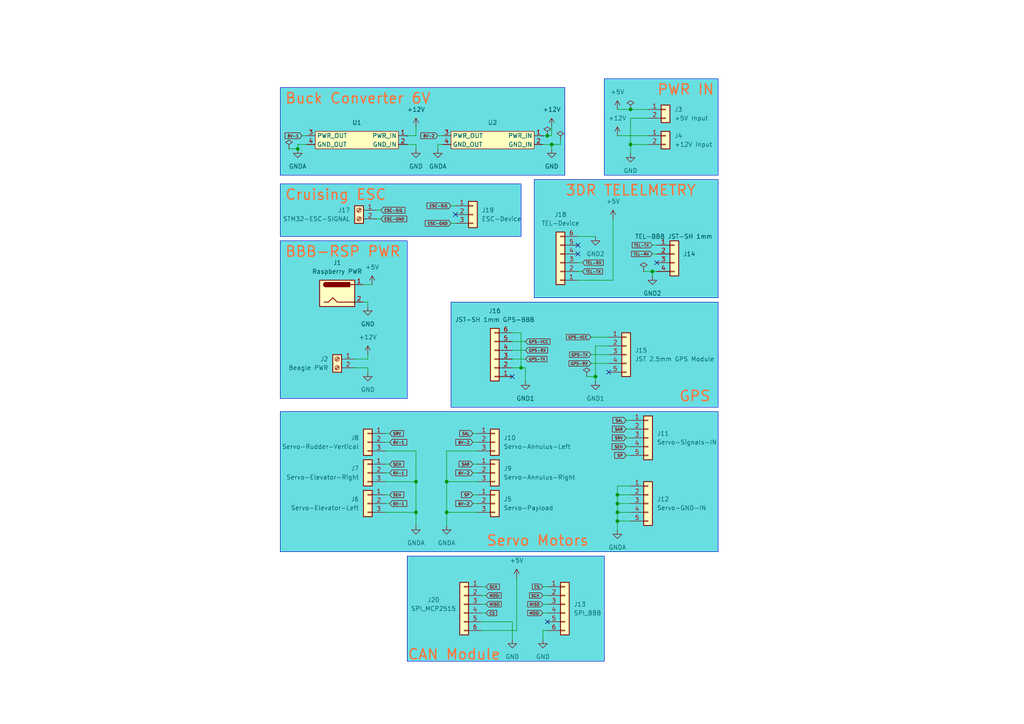
<source format=kicad_sch>
(kicad_sch (version 20230121) (generator eeschema)
  (paper "A4")
  (lib_symbols
    (symbol "Buck_Converter:mini_360"
      (property "Reference" "U" (at 0 3.81 0))
      (symbol "mini_360_0_0"
        (pin passive line (at 13.97 1.27 180) (length 2.54) (name "PWR_IN") (number "1"))
        (pin passive line (at 13.97 -1.27 180) (length 2.54) (name "GND_IN") (number "2"))
        (pin passive line (at -15.24 1.27 0) (length 2.54) (name "PWR_OUT") (number "3"))
        (pin passive line (at -15.24 -1.27 0) (length 2.54) (name "GND_OUT") (number "4"))
      )
      (symbol "mini_360_1_1"
        (rectangle (start -12.7 2.54) (end 11.43 -2.54) (fill (type background)))
      )
    )
    (symbol "Connector:Barrel_Jack" (pin_names (offset 1.016))
      (property "Reference" "J" (at 0 5.334 0))
      (property "Value" "Barrel_Jack" (at 0 -5.08 0))
      (symbol "Barrel_Jack_0_1"
        (rectangle (start -5.08 3.81) (end 5.08 -3.81) (stroke (width 0.254)) (fill (type background)))
        (arc (start -3.302 3.175) (mid -3.9343 2.54) (end -3.302 1.905) (stroke (width 0.254)))
        (arc (start -3.302 3.175) (mid -3.9343 2.54) (end -3.302 1.905) (stroke (width 0.254)) (fill (type outline)))
        (polyline (pts (xy 5.08 2.54) (xy 3.81 2.54)) (stroke (width 0.254)))
        (polyline (pts (xy -3.81 -2.54) (xy -2.54 -2.54) (xy -1.27 -1.27) (xy 0 -2.54) (xy 2.54 -2.54) (xy 5.08 -2.54)) (stroke (width 0.254)))
        (rectangle (start 3.683 3.175) (end -3.302 1.905) (stroke (width 0.254)) (fill (type outline)))
      )
      (symbol "Barrel_Jack_1_1"
        (pin passive line (at 7.62 2.54 180) (length 2.54) (name "~") (number "1"))
        (pin passive line (at 7.62 -2.54 180) (length 2.54) (name "~") (number "2"))
      )
    )
    (symbol "Connector:Screw_Terminal_01x02" (pin_names (offset 1.016) hide)
      (property "Reference" "J" (at 0 2.54 0))
      (property "Value" "Screw_Terminal_01x02" (at 0 -5.08 0))
      (symbol "Screw_Terminal_01x02_1_1"
        (rectangle (start -1.27 1.27) (end 1.27 -3.81) (stroke (width 0.254)) (fill (type background)))
        (circle (center 0 -2.54) (radius 0.635) (stroke (width 0.1524)))
        (polyline (pts (xy -0.5334 -2.2098) (xy 0.3302 -3.048)) (stroke (width 0.1524)))
        (polyline (pts (xy -0.5334 0.3302) (xy 0.3302 -0.508)) (stroke (width 0.1524)))
        (polyline (pts (xy -0.3556 -2.032) (xy 0.508 -2.8702)) (stroke (width 0.1524)))
        (polyline (pts (xy -0.3556 0.508) (xy 0.508 -0.3302)) (stroke (width 0.1524)))
        (circle (center 0 0) (radius 0.635) (stroke (width 0.1524)))
        (pin passive line (at -5.08 0 0) (length 3.81) (name "Pin_1") (number "1"))
        (pin passive line (at -5.08 -2.54 0) (length 3.81) (name "Pin_2") (number "2"))
      )
    )
    (symbol "Connector_Generic:Conn_01x02" (pin_names (offset 1.016) hide)
      (property "Reference" "J" (at 0 2.54 0))
      (property "Value" "Conn_01x02" (at 0 -5.08 0))
      (symbol "Conn_01x02_1_1"
        (rectangle (start -1.27 -2.413) (end 0 -2.667) (stroke (width 0.1524)))
        (rectangle (start -1.27 0.127) (end 0 -0.127) (stroke (width 0.1524)))
        (rectangle (start -1.27 1.27) (end 1.27 -3.81) (stroke (width 0.254)) (fill (type background)))
        (pin passive line (at -5.08 0 0) (length 3.81) (name "Pin_1") (number "1"))
        (pin passive line (at -5.08 -2.54 0) (length 3.81) (name "Pin_2") (number "2"))
      )
    )
    (symbol "Connector_Generic:Conn_01x03" (pin_names (offset 1.016) hide)
      (property "Reference" "J" (at 0 5.08 0))
      (property "Value" "Conn_01x03" (at 0 -5.08 0))
      (symbol "Conn_01x03_1_1"
        (rectangle (start -1.27 -2.413) (end 0 -2.667) (stroke (width 0.1524)))
        (rectangle (start -1.27 0.127) (end 0 -0.127) (stroke (width 0.1524)))
        (rectangle (start -1.27 2.667) (end 0 2.413) (stroke (width 0.1524)))
        (rectangle (start -1.27 3.81) (end 1.27 -3.81) (stroke (width 0.254)) (fill (type background)))
        (pin passive line (at -5.08 2.54 0) (length 3.81) (name "Pin_1") (number "1"))
        (pin passive line (at -5.08 0 0) (length 3.81) (name "Pin_2") (number "2"))
        (pin passive line (at -5.08 -2.54 0) (length 3.81) (name "Pin_3") (number "3"))
      )
    )
    (symbol "Connector_Generic:Conn_01x04" (pin_names (offset 1.016) hide)
      (property "Reference" "J" (at 0 5.08 0))
      (property "Value" "Conn_01x04" (at 0 -7.62 0))
      (symbol "Conn_01x04_1_1"
        (rectangle (start -1.27 -4.953) (end 0 -5.207) (stroke (width 0.1524)))
        (rectangle (start -1.27 -2.413) (end 0 -2.667) (stroke (width 0.1524)))
        (rectangle (start -1.27 0.127) (end 0 -0.127) (stroke (width 0.1524)))
        (rectangle (start -1.27 2.667) (end 0 2.413) (stroke (width 0.1524)))
        (rectangle (start -1.27 3.81) (end 1.27 -6.35) (stroke (width 0.254)) (fill (type background)))
        (pin passive line (at -5.08 2.54 0) (length 3.81) (name "Pin_1") (number "1"))
        (pin passive line (at -5.08 0 0) (length 3.81) (name "Pin_2") (number "2"))
        (pin passive line (at -5.08 -2.54 0) (length 3.81) (name "Pin_3") (number "3"))
        (pin passive line (at -5.08 -5.08 0) (length 3.81) (name "Pin_4") (number "4"))
      )
    )
    (symbol "Connector_Generic:Conn_01x05" (pin_names (offset 1.016) hide)
      (property "Reference" "J" (at 0 7.62 0))
      (property "Value" "Conn_01x05" (at 0 -7.62 0))
      (symbol "Conn_01x05_1_1"
        (rectangle (start -1.27 -4.953) (end 0 -5.207) (stroke (width 0.1524)))
        (rectangle (start -1.27 -2.413) (end 0 -2.667) (stroke (width 0.1524)))
        (rectangle (start -1.27 0.127) (end 0 -0.127) (stroke (width 0.1524)))
        (rectangle (start -1.27 2.667) (end 0 2.413) (stroke (width 0.1524)))
        (rectangle (start -1.27 5.207) (end 0 4.953) (stroke (width 0.1524)))
        (rectangle (start -1.27 6.35) (end 1.27 -6.35) (stroke (width 0.254)) (fill (type background)))
        (pin passive line (at -5.08 5.08 0) (length 3.81) (name "Pin_1") (number "1"))
        (pin passive line (at -5.08 2.54 0) (length 3.81) (name "Pin_2") (number "2"))
        (pin passive line (at -5.08 0 0) (length 3.81) (name "Pin_3") (number "3"))
        (pin passive line (at -5.08 -2.54 0) (length 3.81) (name "Pin_4") (number "4"))
        (pin passive line (at -5.08 -5.08 0) (length 3.81) (name "Pin_5") (number "5"))
      )
    )
    (symbol "Connector_Generic:Conn_01x06" (pin_names (offset 1.016) hide)
      (property "Reference" "J" (at 0 7.62 0))
      (property "Value" "Conn_01x06" (at 0 -10.16 0))
      (symbol "Conn_01x06_1_1"
        (rectangle (start -1.27 -7.493) (end 0 -7.747) (stroke (width 0.1524)))
        (rectangle (start -1.27 -4.953) (end 0 -5.207) (stroke (width 0.1524)))
        (rectangle (start -1.27 -2.413) (end 0 -2.667) (stroke (width 0.1524)))
        (rectangle (start -1.27 0.127) (end 0 -0.127) (stroke (width 0.1524)))
        (rectangle (start -1.27 2.667) (end 0 2.413) (stroke (width 0.1524)))
        (rectangle (start -1.27 5.207) (end 0 4.953) (stroke (width 0.1524)))
        (rectangle (start -1.27 6.35) (end 1.27 -8.89) (stroke (width 0.254)) (fill (type background)))
        (pin passive line (at -5.08 5.08 0) (length 3.81) (name "Pin_1") (number "1"))
        (pin passive line (at -5.08 2.54 0) (length 3.81) (name "Pin_2") (number "2"))
        (pin passive line (at -5.08 0 0) (length 3.81) (name "Pin_3") (number "3"))
        (pin passive line (at -5.08 -2.54 0) (length 3.81) (name "Pin_4") (number "4"))
        (pin passive line (at -5.08 -5.08 0) (length 3.81) (name "Pin_5") (number "5"))
        (pin passive line (at -5.08 -7.62 0) (length 3.81) (name "Pin_6") (number "6"))
      )
    )
    (symbol "power:+12V" (power) (pin_names (offset 0))
      (property "Value" "+12V" (at 0 3.556 0))
      (symbol "+12V_0_1"
        (polyline (pts (xy -0.762 1.27) (xy 0 2.54)))
        (polyline (pts (xy 0 0) (xy 0 2.54)))
        (polyline (pts (xy 0 2.54) (xy 0.762 1.27)))
      )
      (symbol "+12V_1_1"
        (pin power_in line (at 0 0 90) (length 0) hide (name "+12V") (number "1"))
      )
    )
    (symbol "power:+5V" (power) (pin_names (offset 0))
      (property "Value" "+5V" (at 0 3.556 0))
      (symbol "+5V_0_1"
        (polyline (pts (xy -0.762 1.27) (xy 0 2.54)))
        (polyline (pts (xy 0 0) (xy 0 2.54)))
        (polyline (pts (xy 0 2.54) (xy 0.762 1.27)))
      )
      (symbol "+5V_1_1"
        (pin power_in line (at 0 0 90) (length 0) hide (name "+5V") (number "1"))
      )
    )
    (symbol "power:GND" (power) (pin_names (offset 0))
      (property "Value" "GND" (at 0 -3.81 0))
      (symbol "GND_0_1"
        (polyline (pts (xy 0 0) (xy 0 -1.27) (xy 1.27 -1.27) (xy 0 -2.54) (xy -1.27 -1.27) (xy 0 -1.27)))
      )
      (symbol "GND_1_1"
        (pin power_in line (at 0 0 270) (length 0) hide (name "GND") (number "1"))
      )
    )
    (symbol "power:GND1" (power) (pin_names (offset 0))
      (property "Value" "GND1" (at 0 -3.81 0))
      (symbol "GND1_0_1"
        (polyline (pts (xy 0 0) (xy 0 -1.27) (xy 1.27 -1.27) (xy 0 -2.54) (xy -1.27 -1.27) (xy 0 -1.27)))
      )
      (symbol "GND1_1_1"
        (pin power_in line (at 0 0 270) (length 0) hide (name "GND1") (number "1"))
      )
    )
    (symbol "power:GND2" (power) (pin_names (offset 0))
      (property "Value" "GND2" (at 0 -3.81 0))
      (symbol "GND2_0_1"
        (polyline (pts (xy 0 0) (xy 0 -1.27) (xy 1.27 -1.27) (xy 0 -2.54) (xy -1.27 -1.27) (xy 0 -1.27)))
      )
      (symbol "GND2_1_1"
        (pin power_in line (at 0 0 270) (length 0) hide (name "GND2") (number "1"))
      )
    )
    (symbol "power:GNDA" (power) (pin_names (offset 0))
      (property "Value" "GNDA" (at 0 -3.81 0))
      (symbol "GNDA_0_1"
        (polyline (pts (xy 0 0) (xy 0 -1.27) (xy 1.27 -1.27) (xy 0 -2.54) (xy -1.27 -1.27) (xy 0 -1.27)))
      )
      (symbol "GNDA_1_1"
        (pin power_in line (at 0 0 270) (length 0) hide (name "GNDA") (number "1"))
      )
    )
    (symbol "power:PWR_FLAG" (power) (pin_numbers hide) (pin_names (offset 0) hide)
      (property "Value" "PWR_FLAG" (at 0 3.81 0))
      (symbol "PWR_FLAG_0_0"
        (pin power_out line (at 0 0 90) (length 0) (name "pwr") (number "1"))
      )
      (symbol "PWR_FLAG_0_1"
        (polyline (pts (xy 0 0) (xy 0 1.27) (xy -1.016 1.905) (xy 0 2.54) (xy 1.016 1.905) (xy 0 1.27)))
      )
    )
  )
  (junction (at 151.13 106.68))
  (junction (at 179.07 151.13))
  (junction (at 182.88 31.75))
  (junction (at 179.07 143.51))
  (junction (at 172.72 109.22))
  (junction (at 179.07 148.59))
  (junction (at 120.65 139.7))
  (junction (at 120.65 148.59))
  (junction (at 129.54 139.7))
  (junction (at 182.88 41.91))
  (junction (at 158.75 39.37))
  (junction (at 129.54 148.59))
  (junction (at 179.07 146.05))
  (junction (at 86.36 43.18))
  (junction (at 189.23 78.74))
  (junction (at 160.02 41.91))
  (no_connect (at 132.08 62.23))
  (no_connect (at 167.64 71.12))
  (no_connect (at 158.75 180.34))
  (no_connect (at 190.5 76.2))
  (no_connect (at 167.64 73.66))
  (no_connect (at 148.59 109.22))
  (no_connect (at 176.53 107.95))
  (wire (pts (xy 179.07 148.59) (xy 179.07 151.13)))
  (wire (pts (xy 137.16 134.62) (xy 138.43 134.62)))
  (wire (pts (xy 189.23 71.12) (xy 190.5 71.12)))
  (wire (pts (xy 129.54 130.81) (xy 129.54 139.7)))
  (wire (pts (xy 157.48 39.37) (xy 158.75 39.37)))
  (wire (pts (xy 171.45 102.87) (xy 176.53 102.87)))
  (wire (pts (xy 172.72 110.49) (xy 172.72 109.22)))
  (wire (pts (xy 182.88 31.75) (xy 187.96 31.75)))
  (wire (pts (xy 139.7 172.72) (xy 140.97 172.72)))
  (wire (pts (xy 111.76 139.7) (xy 120.65 139.7)))
  (wire (pts (xy 160.02 43.18) (xy 160.02 41.91)))
  (wire (pts (xy 189.23 78.74) (xy 190.5 78.74)))
  (wire (pts (xy 148.59 96.52) (xy 151.13 96.52)))
  (wire (pts (xy 86.36 41.91) (xy 88.9 41.91)))
  (wire (pts (xy 111.76 130.81) (xy 120.65 130.81)))
  (wire (pts (xy 179.07 31.75) (xy 182.88 31.75)))
  (wire (pts (xy 111.76 148.59) (xy 120.65 148.59)))
  (wire (pts (xy 170.18 109.22) (xy 172.72 109.22)))
  (wire (pts (xy 157.48 170.18) (xy 158.75 170.18)))
  (wire (pts (xy 182.88 146.05) (xy 179.07 146.05)))
  (wire (pts (xy 130.81 59.69) (xy 132.08 59.69)))
  (wire (pts (xy 181.61 129.54) (xy 182.88 129.54)))
  (wire (pts (xy 129.54 139.7) (xy 129.54 148.59)))
  (wire (pts (xy 137.16 125.73) (xy 138.43 125.73)))
  (wire (pts (xy 109.22 60.96) (xy 110.49 60.96)))
  (wire (pts (xy 182.88 148.59) (xy 179.07 148.59)))
  (wire (pts (xy 139.7 180.34) (xy 148.59 180.34)))
  (wire (pts (xy 86.36 43.18) (xy 86.36 41.91)))
  (wire (pts (xy 157.48 182.88) (xy 157.48 185.42)))
  (wire (pts (xy 106.68 87.63) (xy 105.41 87.63)))
  (wire (pts (xy 118.11 41.91) (xy 120.65 41.91)))
  (wire (pts (xy 157.48 177.8) (xy 158.75 177.8)))
  (wire (pts (xy 127 41.91) (xy 128.27 41.91)))
  (wire (pts (xy 157.48 172.72) (xy 158.75 172.72)))
  (wire (pts (xy 160.02 39.37) (xy 160.02 36.83)))
  (wire (pts (xy 179.07 151.13) (xy 182.88 151.13)))
  (wire (pts (xy 172.72 100.33) (xy 176.53 100.33)))
  (wire (pts (xy 152.4 106.68) (xy 152.4 110.49)))
  (wire (pts (xy 186.69 78.74) (xy 189.23 78.74)))
  (wire (pts (xy 179.07 153.67) (xy 179.07 151.13)))
  (wire (pts (xy 120.65 148.59) (xy 120.65 152.4)))
  (wire (pts (xy 157.48 175.26) (xy 158.75 175.26)))
  (wire (pts (xy 177.8 81.28) (xy 167.64 81.28)))
  (wire (pts (xy 167.64 68.58) (xy 172.72 68.58)))
  (wire (pts (xy 160.02 41.91) (xy 157.48 41.91)))
  (wire (pts (xy 181.61 127) (xy 182.88 127)))
  (wire (pts (xy 189.23 73.66) (xy 190.5 73.66)))
  (wire (pts (xy 111.76 146.05) (xy 113.03 146.05)))
  (wire (pts (xy 120.65 130.81) (xy 120.65 139.7)))
  (wire (pts (xy 120.65 39.37) (xy 120.65 36.83)))
  (wire (pts (xy 106.68 106.68) (xy 102.87 106.68)))
  (wire (pts (xy 171.45 97.79) (xy 176.53 97.79)))
  (wire (pts (xy 118.11 39.37) (xy 120.65 39.37)))
  (wire (pts (xy 182.88 143.51) (xy 179.07 143.51)))
  (wire (pts (xy 137.16 137.16) (xy 138.43 137.16)))
  (wire (pts (xy 120.65 41.91) (xy 120.65 43.18)))
  (wire (pts (xy 149.86 182.88) (xy 139.7 182.88)))
  (wire (pts (xy 171.45 105.41) (xy 176.53 105.41)))
  (wire (pts (xy 127 39.37) (xy 128.27 39.37)))
  (wire (pts (xy 129.54 148.59) (xy 138.43 148.59)))
  (wire (pts (xy 148.59 106.68) (xy 151.13 106.68)))
  (wire (pts (xy 120.65 139.7) (xy 120.65 148.59)))
  (wire (pts (xy 137.16 128.27) (xy 138.43 128.27)))
  (wire (pts (xy 151.13 96.52) (xy 151.13 106.68)))
  (wire (pts (xy 111.76 134.62) (xy 113.03 134.62)))
  (wire (pts (xy 106.68 107.95) (xy 106.68 106.68)))
  (wire (pts (xy 106.68 88.9) (xy 106.68 87.63)))
  (wire (pts (xy 111.76 143.51) (xy 113.03 143.51)))
  (wire (pts (xy 162.56 40.64) (xy 162.56 41.91)))
  (wire (pts (xy 106.68 104.14) (xy 106.68 102.87)))
  (wire (pts (xy 127 43.18) (xy 127 41.91)))
  (wire (pts (xy 139.7 170.18) (xy 140.97 170.18)))
  (wire (pts (xy 182.88 34.29) (xy 182.88 41.91)))
  (wire (pts (xy 182.88 140.97) (xy 179.07 140.97)))
  (wire (pts (xy 158.75 39.37) (xy 160.02 39.37)))
  (wire (pts (xy 137.16 143.51) (xy 138.43 143.51)))
  (wire (pts (xy 138.43 130.81) (xy 129.54 130.81)))
  (wire (pts (xy 129.54 148.59) (xy 129.54 152.4)))
  (wire (pts (xy 130.81 64.77) (xy 132.08 64.77)))
  (wire (pts (xy 109.22 63.5) (xy 110.49 63.5)))
  (wire (pts (xy 105.41 82.55) (xy 107.95 82.55)))
  (wire (pts (xy 129.54 139.7) (xy 138.43 139.7)))
  (wire (pts (xy 181.61 132.08) (xy 182.88 132.08)))
  (wire (pts (xy 172.72 109.22) (xy 172.72 100.33)))
  (wire (pts (xy 181.61 121.92) (xy 182.88 121.92)))
  (wire (pts (xy 179.07 146.05) (xy 179.07 148.59)))
  (wire (pts (xy 148.59 104.14) (xy 152.4 104.14)))
  (wire (pts (xy 187.96 41.91) (xy 182.88 41.91)))
  (wire (pts (xy 181.61 124.46) (xy 182.88 124.46)))
  (wire (pts (xy 111.76 125.73) (xy 113.03 125.73)))
  (wire (pts (xy 83.82 43.18) (xy 86.36 43.18)))
  (wire (pts (xy 167.64 76.2) (xy 168.91 76.2)))
  (wire (pts (xy 167.64 78.74) (xy 168.91 78.74)))
  (wire (pts (xy 137.16 146.05) (xy 138.43 146.05)))
  (wire (pts (xy 151.13 106.68) (xy 152.4 106.68)))
  (wire (pts (xy 187.96 34.29) (xy 182.88 34.29)))
  (wire (pts (xy 111.76 137.16) (xy 113.03 137.16)))
  (wire (pts (xy 148.59 185.42) (xy 148.59 180.34)))
  (wire (pts (xy 139.7 175.26) (xy 140.97 175.26)))
  (wire (pts (xy 148.59 99.06) (xy 152.4 99.06)))
  (wire (pts (xy 111.76 128.27) (xy 113.03 128.27)))
  (wire (pts (xy 87.63 39.37) (xy 88.9 39.37)))
  (wire (pts (xy 139.7 177.8) (xy 140.97 177.8)))
  (wire (pts (xy 177.8 63.5) (xy 177.8 81.28)))
  (wire (pts (xy 148.59 101.6) (xy 152.4 101.6)))
  (wire (pts (xy 179.07 140.97) (xy 179.07 143.51)))
  (wire (pts (xy 179.07 39.37) (xy 187.96 39.37)))
  (wire (pts (xy 162.56 41.91) (xy 160.02 41.91)))
  (wire (pts (xy 157.48 182.88) (xy 158.75 182.88)))
  (wire (pts (xy 189.23 80.01) (xy 189.23 78.74)))
  (wire (pts (xy 179.07 143.51) (xy 179.07 146.05)))
  (wire (pts (xy 149.86 167.64) (xy 149.86 182.88)))
  (wire (pts (xy 182.88 41.91) (xy 182.88 44.45)))
  (wire (pts (xy 102.87 104.14) (xy 106.68 104.14)))
  (rectangle (start 175.26 22.86) (end 208.28 50.8) (fill (type color) (color 104 222 225 1)))
  (rectangle (start 81.28 119.38) (end 208.28 160.02) (fill (type color) (color 104 222 225 1)))
  (rectangle (start 81.28 69.85) (end 118.11 115.57) (fill (type color) (color 104 222 225 1)))
  (rectangle (start 81.28 53.34) (end 151.13 68.58) (fill (type color) (color 104 222 225 1)))
  (rectangle (start 154.94 52.07) (end 208.28 86.36) (fill (type color) (color 104 222 225 1)))
  (rectangle (start 118.11 161.29) (end 175.26 191.77) (fill (type color) (color 104 222 225 1)))
  (rectangle (start 81.28 25.4) (end 163.83 50.8) (fill (type color) (color 104 222 225 1)))
  (rectangle (start 130.81 87.63) (end 208.28 118.11) (fill (type color) (color 104 222 225 1)))
  (text "BBB-RSP PWR" (at 82.55 74.93 0) (effects (font (size 3 3) (thickness 0.4) bold) (justify left bottom)))
  (text "GPS" (at 196.85 116.84 0) (effects (font (size 3 3) (thickness 0.4) bold) (justify left bottom)))
  (text "Buck Converter 6V" (at 82.55 30.48 0) (effects (font (size 3 3) (thickness 0.4) bold) (justify left bottom)))
  (text "Servo Motors" (at 140.97 158.75 0) (effects (font (size 3 3) (thickness 0.4) bold) (justify left bottom)))
  (text "CAN Module" (at 118.11 191.77 0) (effects (font (size 3 3) (thickness 0.4) bold) (justify left bottom)))
  (text "3DR TELELMETRY" (at 163.83 57.15 0) (effects (font (size 3 3) (thickness 0.4) bold) (justify left bottom)))
  (text "Cruising ESC" (at 82.55 58.42 0) (effects (font (size 3 3) (thickness 0.4) bold) (justify left bottom)))
  (text "PWR IN" (at 190.5 27.94 0) (effects (font (size 3 3) (thickness 0.4) bold) (justify left bottom)))
  (global_label "6V-1" (shape input) (at 113.03 137.16 0) (effects (font (size 0.8 0.8) bold)) (property "Intersheetrefs" "${INTERSHEET_REFS}" (effects hide)))
  (global_label "SRV" (shape input) (at 181.61 127 180) (effects (font (size 0.8 0.8) bold)) (property "Intersheetrefs" "${INTERSHEET_REFS}" (effects hide)))
  (global_label "6V-1" (shape input) (at 113.03 146.05 0) (effects (font (size 0.8 0.8) bold)) (property "Intersheetrefs" "${INTERSHEET_REFS}" (effects hide)))
  (global_label "6V-2" (shape input) (at 137.16 128.27 180) (effects (font (size 0.8 0.8) bold)) (property "Intersheetrefs" "${INTERSHEET_REFS}" (effects hide)))
  (global_label "6V-2" (shape input) (at 137.16 146.05 180) (effects (font (size 0.8 0.8) bold)) (property "Intersheetrefs" "${INTERSHEET_REFS}" (effects hide)))
  (global_label "MISO" (shape input) (at 157.48 175.26 180) (effects (font (size 0.8 0.8))) (property "Intersheetrefs" "${INTERSHEET_REFS}" (effects hide)))
  (global_label "CS" (shape input) (at 140.97 177.8 0) (effects (font (size 0.8 0.8))) (property "Intersheetrefs" "${INTERSHEET_REFS}" (effects hide)))
  (global_label "SAR" (shape input) (at 137.16 134.62 180) (effects (font (size 0.8 0.8) bold)) (property "Intersheetrefs" "${INTERSHEET_REFS}" (effects hide)))
  (global_label "ESC-GND" (shape input) (at 130.81 64.77 180) (effects (font (size 0.8 0.8) bold)) (property "Intersheetrefs" "${INTERSHEET_REFS}" (effects hide)))
  (global_label "MOSI" (shape input) (at 140.97 172.72 0) (effects (font (size 0.8 0.8))) (property "Intersheetrefs" "${INTERSHEET_REFS}" (effects hide)))
  (global_label "GPS-TX" (shape input) (at 152.4 104.14 0) (effects (font (size 0.8 0.8))) (property "Intersheetrefs" "${INTERSHEET_REFS}" (effects hide)))
  (global_label "ESC-SIG" (shape input) (at 110.49 60.96 0) (effects (font (size 0.8 0.8) bold)) (property "Intersheetrefs" "${INTERSHEET_REFS}" (effects hide)))
  (global_label "SAR" (shape input) (at 181.61 124.46 180) (effects (font (size 0.8 0.8) bold)) (property "Intersheetrefs" "${INTERSHEET_REFS}" (effects hide)))
  (global_label "TEL-TX" (shape input) (at 189.23 71.12 180) (effects (font (size 0.8 0.8))) (property "Intersheetrefs" "${INTERSHEET_REFS}" (effects hide)))
  (global_label "ESC-GND" (shape input) (at 110.49 63.5 0) (effects (font (size 0.8 0.8) bold)) (property "Intersheetrefs" "${INTERSHEET_REFS}" (effects hide)))
  (global_label "CS" (shape input) (at 157.48 170.18 180) (effects (font (size 0.8 0.8))) (property "Intersheetrefs" "${INTERSHEET_REFS}" (effects hide)))
  (global_label "GPS-VCC" (shape input) (at 171.45 97.79 180) (effects (font (size 0.8 0.8))) (property "Intersheetrefs" "${INTERSHEET_REFS}" (effects hide)))
  (global_label "GPS-TX" (shape input) (at 171.45 102.87 180) (effects (font (size 0.8 0.8))) (property "Intersheetrefs" "${INTERSHEET_REFS}" (effects hide)))
  (global_label "6V-1" (shape input) (at 87.63 39.37 180) (effects (font (size 0.8 0.8) bold)) (property "Intersheetrefs" "${INTERSHEET_REFS}" (effects hide)))
  (global_label "ESC-SIG" (shape input) (at 130.81 59.69 180) (effects (font (size 0.8 0.8) bold)) (property "Intersheetrefs" "${INTERSHEET_REFS}" (effects hide)))
  (global_label "6V-2" (shape input) (at 127 39.37 180) (effects (font (size 0.8 0.8) bold)) (property "Intersheetrefs" "${INTERSHEET_REFS}" (effects hide)))
  (global_label "GPS-VCC" (shape input) (at 152.4 99.06 0) (effects (font (size 0.8 0.8))) (property "Intersheetrefs" "${INTERSHEET_REFS}" (effects hide)))
  (global_label "SCK" (shape input) (at 140.97 170.18 0) (effects (font (size 0.8 0.8))) (property "Intersheetrefs" "${INTERSHEET_REFS}" (effects hide)))
  (global_label "TEL-RX" (shape input) (at 189.23 73.66 180) (effects (font (size 0.8 0.8))) (property "Intersheetrefs" "${INTERSHEET_REFS}" (effects hide)))
  (global_label "GPS-RX" (shape input) (at 171.45 105.41 180) (effects (font (size 0.8 0.8))) (property "Intersheetrefs" "${INTERSHEET_REFS}" (effects hide)))
  (global_label "MOSI" (shape input) (at 157.48 177.8 180) (effects (font (size 0.8 0.8))) (property "Intersheetrefs" "${INTERSHEET_REFS}" (effects hide)))
  (global_label "SP" (shape input) (at 137.16 143.51 180) (effects (font (size 0.8 0.8) bold)) (property "Intersheetrefs" "${INTERSHEET_REFS}" (effects hide)))
  (global_label "6V-1" (shape input) (at 113.03 128.27 0) (effects (font (size 0.8 0.8) bold)) (property "Intersheetrefs" "${INTERSHEET_REFS}" (effects hide)))
  (global_label "SEH" (shape input) (at 113.03 143.51 0) (effects (font (size 0.8 0.8) bold)) (property "Intersheetrefs" "${INTERSHEET_REFS}" (effects hide)))
  (global_label "SRV" (shape input) (at 113.03 125.73 0) (effects (font (size 0.8 0.8) bold)) (property "Intersheetrefs" "${INTERSHEET_REFS}" (effects hide)))
  (global_label "GPS-RX" (shape input) (at 152.4 101.6 0) (effects (font (size 0.8 0.8))) (property "Intersheetrefs" "${INTERSHEET_REFS}" (effects hide)))
  (global_label "SEH" (shape input) (at 113.03 134.62 0) (effects (font (size 0.8 0.8) bold)) (property "Intersheetrefs" "${INTERSHEET_REFS}" (effects hide)))
  (global_label "TEL-RX" (shape input) (at 168.91 76.2 0) (effects (font (size 0.8 0.8))) (property "Intersheetrefs" "${INTERSHEET_REFS}" (effects hide)))
  (global_label "6V-2" (shape input) (at 137.16 137.16 180) (effects (font (size 0.8 0.8) bold)) (property "Intersheetrefs" "${INTERSHEET_REFS}" (effects hide)))
  (global_label "SCK" (shape input) (at 157.48 172.72 180) (effects (font (size 0.8 0.8))) (property "Intersheetrefs" "${INTERSHEET_REFS}" (effects hide)))
  (global_label "MISO" (shape input) (at 140.97 175.26 0) (effects (font (size 0.8 0.8))) (property "Intersheetrefs" "${INTERSHEET_REFS}" (effects hide)))
  (global_label "SEH" (shape input) (at 181.61 129.54 180) (effects (font (size 0.8 0.8) bold)) (property "Intersheetrefs" "${INTERSHEET_REFS}" (effects hide)))
  (global_label "SAL" (shape input) (at 181.61 121.92 180) (effects (font (size 0.8 0.8) bold)) (property "Intersheetrefs" "${INTERSHEET_REFS}" (effects hide)))
  (global_label "SP" (shape input) (at 181.61 132.08 180) (effects (font (size 0.8 0.8) bold)) (property "Intersheetrefs" "${INTERSHEET_REFS}" (effects hide)))
  (global_label "SAL" (shape input) (at 137.16 125.73 180) (effects (font (size 0.8 0.8) bold)) (property "Intersheetrefs" "${INTERSHEET_REFS}" (effects hide)))
  (global_label "TEL-TX" (shape input) (at 168.91 78.74 0) (effects (font (size 0.8 0.8))) (property "Intersheetrefs" "${INTERSHEET_REFS}" (effects hide)))
  (symbol (lib_id "power:GNDA") (at 179.07 153.67 0) (unit 1)
    (property "Reference" "#PWR06" (effects hide))
    (property "Value" "GNDA" (at 179.07 158.75 0))
  )
  (symbol (lib_id "Connector_Generic:Conn_01x05") (at 181.61 102.87 0) (unit 1)
    (property "Reference" "J15" (at 184.15 101.6 0) (effects (justify left)))
    (property "Value" "JST 2.5mm GPS Module" (at 184.15 104.14 0) (effects (justify left)))
    (property "Footprint" "Connector_PinSocket_2.54mm:PinSocket_1x05_P2.54mm_Horizontal" (effects hide))
  )
  (symbol (lib_id "Connector_Generic:Conn_01x03") (at 106.68 137.16 0) (mirror y) (unit 1)
    (property "Reference" "J7" (at 104.14 135.89 0) (effects (justify left)))
    (property "Value" "Servo-Elevator-Right" (at 104.14 138.43 0) (effects (justify left)))
    (property "Footprint" "Connector_JST:JST_XH_B3B-XH-A_1x03_P2.50mm_Vertical" (effects hide))
  )
  (symbol (lib_id "power:GNDA") (at 127 43.18 0) (unit 1)
    (property "Reference" "#PWR020" (effects hide))
    (property "Value" "GNDA" (at 127 48.26 0))
  )
  (symbol (lib_id "power:PWR_FLAG") (at 182.88 31.75 0) (unit 1)
    (property "Reference" "#FLG03" (effects hide))
    (property "Value" "PWR_FLAG" (effects hide))
  )
  (symbol (lib_id "Connector_Generic:Conn_01x06") (at 163.83 175.26 0) (unit 1)
    (property "Reference" "J13" (at 166.37 175.26 0) (effects (justify left)))
    (property "Value" "SPI_BBB" (at 166.37 177.8 0) (effects (justify left)))
    (property "Footprint" "Connector_JST:JST_SH_BM06B-SRSS-TB_1x06-1MP_P1.00mm_Vertical" (effects hide))
  )
  (symbol (lib_id "power:+12V") (at 160.02 36.83 0) (unit 1)
    (property "Reference" "#PWR016" (effects hide))
    (property "Value" "+12V" (at 160.02 31.75 0))
  )
  (symbol (lib_id "power:GND") (at 120.65 43.18 0) (mirror y) (unit 1)
    (property "Reference" "#PWR019" (effects hide))
    (property "Value" "GND" (at 120.65 48.26 0))
  )
  (symbol (lib_id "power:PWR_FLAG") (at 170.18 109.22 0) (unit 1)
    (property "Reference" "#FLG05" (effects hide))
    (property "Value" "PWR_FLAG" (effects hide))
  )
  (symbol (lib_id "power:PWR_FLAG") (at 83.82 43.18 0) (unit 1)
    (property "Reference" "#FLG04" (effects hide))
    (property "Value" "PWR_FLAG" (effects hide))
  )
  (symbol (lib_id "power:+5V") (at 179.07 31.75 0) (unit 1)
    (property "Reference" "#PWR015" (effects hide))
    (property "Value" "+5V" (at 179.07 26.67 0))
  )
  (symbol (lib_id "Connector_Generic:Conn_01x05") (at 187.96 146.05 0) (unit 1)
    (property "Reference" "J12" (at 190.5 144.78 0) (effects (justify left)))
    (property "Value" "Servo-GND-IN" (at 190.5 147.32 0) (effects (justify left)))
    (property "Footprint" "Connector_PinHeader_2.54mm:PinHeader_1x05_P2.54mm_Vertical" (effects hide))
  )
  (symbol (lib_id "power:PWR_FLAG") (at 162.56 40.64 0) (unit 1)
    (property "Reference" "#FLG02" (effects hide))
    (property "Value" "PWR_FLAG" (effects hide))
  )
  (symbol (lib_id "Connector_Generic:Conn_01x05") (at 187.96 127 0) (unit 1)
    (property "Reference" "J11" (at 190.5 125.73 0) (effects (justify left)))
    (property "Value" "Servo-Signals-IN" (at 190.5 128.27 0) (effects (justify left)))
    (property "Footprint" "Connector_PinHeader_2.54mm:PinHeader_1x05_P2.54mm_Vertical" (effects hide))
  )
  (symbol (lib_id "Connector_Generic:Conn_01x03") (at 143.51 128.27 0) (unit 1)
    (property "Reference" "J10" (at 146.05 127 0) (effects (justify left)))
    (property "Value" "Servo-Annulus-Left" (at 146.05 129.54 0) (effects (justify left)))
    (property "Footprint" "Connector_JST:JST_XH_B3B-XH-A_1x03_P2.50mm_Vertical" (effects hide))
  )
  (symbol (lib_id "power:GND") (at 148.59 185.42 0) (mirror y) (unit 1)
    (property "Reference" "#PWR024" (effects hide))
    (property "Value" "GND" (at 148.59 190.5 0))
  )
  (symbol (lib_id "power:+12V") (at 106.68 102.87 0) (unit 1)
    (property "Reference" "#PWR012" (effects hide))
    (property "Value" "+12V" (at 106.68 97.79 0))
  )
  (symbol (lib_id "Connector:Screw_Terminal_01x02") (at 104.14 60.96 0) (mirror y) (unit 1)
    (property "Reference" "J17" (at 101.6 60.96 0) (effects (justify left)))
    (property "Value" "STM32-ESC-SIGNAL" (at 101.6 63.5 0) (effects (justify left)))
    (property "Footprint" "TerminalBlock_Phoenix:TerminalBlock_Phoenix_MPT-0,5-2-2.54_1x02_P2.54mm_Horizontal" (effects hide))
  )
  (symbol (lib_id "Connector_Generic:Conn_01x03") (at 137.16 62.23 0) (unit 1)
    (property "Reference" "J19" (at 139.7 60.96 0) (effects (justify left)))
    (property "Value" "ESC-Device" (at 139.7 63.5 0) (effects (justify left)))
    (property "Footprint" "Connector_JST:JST_XH_B3B-XH-A_1x03_P2.50mm_Vertical" (effects hide))
  )
  (symbol (lib_id "Connector_Generic:Conn_01x02") (at 193.04 39.37 0) (unit 1)
    (property "Reference" "J4" (at 195.58 39.37 0) (effects (justify left)))
    (property "Value" "+12V Input" (at 195.58 41.91 0) (effects (justify left)))
    (property "Footprint" "PWR:PWR_Pad" (effects hide))
  )
  (symbol (lib_id "Buck_Converter:mini_360") (at 104.14 40.64 0) (unit 1)
    (property "Reference" "U1" (at 103.505 35.56 0))
    (property "Value" "~" (at 118.11 39.37 0))
    (property "Footprint" "Buck_Converter:mini_360" (effects hide))
  )
  (symbol (lib_id "power:+12V") (at 120.65 36.83 0) (unit 1)
    (property "Reference" "#PWR017" (effects hide))
    (property "Value" "+12V" (at 120.65 31.75 0))
  )
  (symbol (lib_id "power:GND1") (at 172.72 110.49 0) (unit 1)
    (property "Reference" "#PWR01" (effects hide))
    (property "Value" "GND1" (at 172.72 115.57 0))
  )
  (symbol (lib_id "power:GNDA") (at 120.65 152.4 0) (unit 1)
    (property "Reference" "#PWR07" (effects hide))
    (property "Value" "GNDA" (at 120.65 157.48 0))
  )
  (symbol (lib_id "Connector_Generic:Conn_01x06") (at 134.62 175.26 0) (mirror y) (unit 1)
    (property "Reference" "J20" (at 125.73 173.99 0))
    (property "Value" "SPI_MCP2515" (at 125.73 176.53 0))
    (property "Footprint" "Connector_PinHeader_2.54mm:PinHeader_1x06_P2.54mm_Vertical" (effects hide))
  )
  (symbol (lib_id "Connector_Generic:Conn_01x03") (at 143.51 146.05 0) (unit 1)
    (property "Reference" "J5" (at 146.05 144.78 0) (effects (justify left)))
    (property "Value" "Servo-Payload" (at 146.05 147.32 0) (effects (justify left)))
    (property "Footprint" "Connector_JST:JST_XH_B3B-XH-A_1x03_P2.50mm_Vertical" (effects hide))
  )
  (symbol (lib_id "power:+5V") (at 149.86 167.64 0) (unit 1)
    (property "Reference" "#PWR022" (effects hide))
    (property "Value" "+5V" (at 149.86 162.56 0))
  )
  (symbol (lib_id "power:GNDA") (at 86.36 43.18 0) (unit 1)
    (property "Reference" "#PWR021" (effects hide))
    (property "Value" "GNDA" (at 86.36 48.26 0))
  )
  (symbol (lib_id "power:GND2") (at 189.23 80.01 0) (unit 1)
    (property "Reference" "#PWR03" (effects hide))
    (property "Value" "GND2" (at 189.23 85.09 0))
  )
  (symbol (lib_id "power:GND") (at 160.02 43.18 0) (mirror y) (unit 1)
    (property "Reference" "#PWR018" (effects hide))
    (property "Value" "GND" (at 160.02 48.26 0))
  )
  (symbol (lib_id "power:+5V") (at 177.8 63.5 0) (unit 1)
    (property "Reference" "#PWR05" (effects hide))
    (property "Value" "+5V" (at 177.8 58.42 0))
  )
  (symbol (lib_id "power:GND") (at 106.68 88.9 0) (unit 1)
    (property "Reference" "#PWR09" (effects hide))
    (property "Value" "GND" (at 106.68 93.98 0))
  )
  (symbol (lib_id "Connector_Generic:Conn_01x02") (at 193.04 31.75 0) (unit 1)
    (property "Reference" "J3" (at 195.58 31.75 0) (effects (justify left)))
    (property "Value" "+5V Input" (at 195.58 34.29 0) (effects (justify left)))
    (property "Footprint" "PWR:PWR_Pad" (effects hide))
  )
  (symbol (lib_id "Connector_Generic:Conn_01x06") (at 143.51 104.14 180) (unit 1)
    (property "Reference" "J16" (at 143.51 90.17 0))
    (property "Value" "JST-SH 1mm GPS-BBB" (at 143.51 92.71 0))
    (property "Footprint" "Connector_JST:JST_SH_BM06B-SRSS-TB_1x06-1MP_P1.00mm_Vertical" (effects hide))
  )
  (symbol (lib_id "Connector_Generic:Conn_01x03") (at 143.51 137.16 0) (unit 1)
    (property "Reference" "J9" (at 146.05 135.89 0) (effects (justify left)))
    (property "Value" "Servo-Annulus-Right" (at 146.05 138.43 0) (effects (justify left)))
    (property "Footprint" "Connector_JST:JST_XH_B3B-XH-A_1x03_P2.50mm_Vertical" (effects hide))
  )
  (symbol (lib_id "Buck_Converter:mini_360") (at 143.51 40.64 0) (unit 1)
    (property "Reference" "U2" (at 142.875 35.56 0))
    (property "Value" "~" (at 157.48 39.37 0))
    (property "Footprint" "Buck_Converter:mini_360" (effects hide))
  )
  (symbol (lib_id "power:GND2") (at 172.72 68.58 0) (unit 1)
    (property "Reference" "#PWR04" (effects hide))
    (property "Value" "GND2" (at 172.72 73.66 0))
  )
  (symbol (lib_id "Connector_Generic:Conn_01x03") (at 106.68 146.05 0) (mirror y) (unit 1)
    (property "Reference" "J6" (at 104.14 144.78 0) (effects (justify left)))
    (property "Value" "Servo-Elevator-Left" (at 104.14 147.32 0) (effects (justify left)))
    (property "Footprint" "Connector_JST:JST_XH_B3B-XH-A_1x03_P2.50mm_Vertical" (effects hide))
  )
  (symbol (lib_id "power:PWR_FLAG") (at 186.69 78.74 0) (unit 1)
    (property "Reference" "#FLG06" (effects hide))
    (property "Value" "PWR_FLAG" (effects hide))
  )
  (symbol (lib_id "power:GND") (at 157.48 185.42 0) (mirror y) (unit 1)
    (property "Reference" "#PWR023" (effects hide))
    (property "Value" "GND" (at 157.48 190.5 0))
  )
  (symbol (lib_id "Connector:Barrel_Jack") (at 97.79 85.09 0) (unit 1)
    (property "Reference" "J1" (at 97.79 76.2 0))
    (property "Value" "Raspberry PWR" (at 97.79 78.74 0))
    (property "Footprint" "Connector_BarrelJack:BarrelJack_Horizontal" (effects hide))
  )
  (symbol (lib_id "Connector_Generic:Conn_01x06") (at 162.56 76.2 180) (unit 1)
    (property "Reference" "J18" (at 162.56 62.23 0))
    (property "Value" "TEL-Device" (at 162.56 64.77 0))
    (property "Footprint" "Connector_JST:JST_GH_BM06B-GHS-TBT_1x06-1MP_P1.25mm_Vertical" (effects hide))
  )
  (symbol (lib_id "power:PWR_FLAG") (at 158.75 39.37 0) (unit 1)
    (property "Reference" "#FLG01" (effects hide))
    (property "Value" "PWR_FLAG" (effects hide))
  )
  (symbol (lib_id "power:GND1") (at 152.4 110.49 0) (unit 1)
    (property "Reference" "#PWR02" (effects hide))
    (property "Value" "GND1" (at 152.4 115.57 0))
  )
  (symbol (lib_id "power:+12V") (at 179.07 39.37 0) (unit 1)
    (property "Reference" "#PWR014" (effects hide))
    (property "Value" "+12V" (at 179.07 34.29 0))
  )
  (symbol (lib_id "power:+5V") (at 107.95 82.55 0) (unit 1)
    (property "Reference" "#PWR08" (effects hide))
    (property "Value" "+5V" (at 107.95 77.47 0))
  )
  (symbol (lib_id "power:GNDA") (at 129.54 152.4 0) (unit 1)
    (property "Reference" "#PWR011" (effects hide))
    (property "Value" "GNDA" (at 129.54 157.48 0))
  )
  (symbol (lib_id "Connector:Screw_Terminal_01x02") (at 97.79 104.14 0) (mirror y) (unit 1)
    (property "Reference" "J2" (at 95.25 104.14 0) (effects (justify left)))
    (property "Value" "Beagle PWR" (at 95.25 106.68 0) (effects (justify left)))
    (property "Footprint" "TerminalBlock_Phoenix:TerminalBlock_Phoenix_MPT-0,5-2-2.54_1x02_P2.54mm_Horizontal" (effects hide))
  )
  (symbol (lib_id "Connector_Generic:Conn_01x03") (at 106.68 128.27 0) (mirror y) (unit 1)
    (property "Reference" "J8" (at 104.14 127 0) (effects (justify left)))
    (property "Value" "Servo-Rudder-Vertical" (at 104.14 129.54 0) (effects (justify left)))
    (property "Footprint" "Connector_JST:JST_XH_B3B-XH-A_1x03_P2.50mm_Vertical" (effects hide))
  )
  (symbol (lib_id "power:GND") (at 182.88 44.45 0) (mirror y) (unit 1)
    (property "Reference" "#PWR013" (effects hide))
    (property "Value" "GND" (at 182.88 49.53 0))
  )
  (symbol (lib_id "power:GND") (at 106.68 107.95 0) (mirror y) (unit 1)
    (property "Reference" "#PWR010" (effects hide))
    (property "Value" "GND" (at 106.68 113.03 0))
  )
  (symbol (lib_id "Connector_Generic:Conn_01x04") (at 195.58 73.66 0) (unit 1)
    (property "Reference" "J14" (at 198.12 73.66 0) (effects (justify left)))
    (property "Value" "TEL-BBB JST-SH 1mm" (at 184.15 68.58 0) (effects (justify left)))
    (property "Footprint" "Connector_JST:JST_SH_BM04B-SRSS-TB_1x04-1MP_P1.00mm_Vertical" (effects hide))
  )
)
</source>
